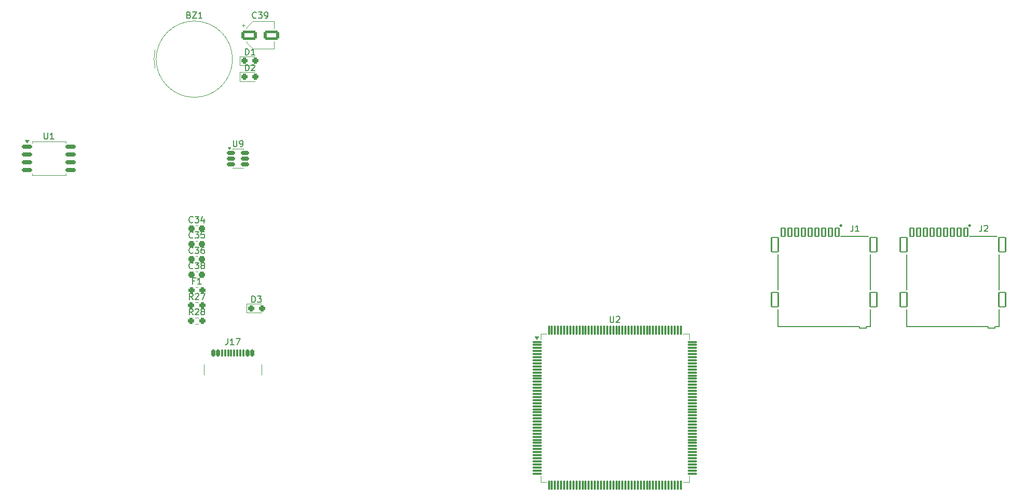
<source format=gbr>
%TF.GenerationSoftware,KiCad,Pcbnew,9.0.6*%
%TF.CreationDate,2025-11-15T17:29:32-05:00*%
%TF.ProjectId,CANopus,43414e6f-7075-4732-9e6b-696361645f70,rev?*%
%TF.SameCoordinates,Original*%
%TF.FileFunction,Legend,Top*%
%TF.FilePolarity,Positive*%
%FSLAX46Y46*%
G04 Gerber Fmt 4.6, Leading zero omitted, Abs format (unit mm)*
G04 Created by KiCad (PCBNEW 9.0.6) date 2025-11-15 17:29:32*
%MOMM*%
%LPD*%
G01*
G04 APERTURE LIST*
G04 Aperture macros list*
%AMRoundRect*
0 Rectangle with rounded corners*
0 $1 Rounding radius*
0 $2 $3 $4 $5 $6 $7 $8 $9 X,Y pos of 4 corners*
0 Add a 4 corners polygon primitive as box body*
4,1,4,$2,$3,$4,$5,$6,$7,$8,$9,$2,$3,0*
0 Add four circle primitives for the rounded corners*
1,1,$1+$1,$2,$3*
1,1,$1+$1,$4,$5*
1,1,$1+$1,$6,$7*
1,1,$1+$1,$8,$9*
0 Add four rect primitives between the rounded corners*
20,1,$1+$1,$2,$3,$4,$5,0*
20,1,$1+$1,$4,$5,$6,$7,0*
20,1,$1+$1,$6,$7,$8,$9,0*
20,1,$1+$1,$8,$9,$2,$3,0*%
G04 Aperture macros list end*
%ADD10C,0.150000*%
%ADD11C,0.200000*%
%ADD12C,0.240000*%
%ADD13C,0.120000*%
%ADD14C,0.950000*%
%ADD15RoundRect,0.102000X-0.310000X-0.700000X0.310000X-0.700000X0.310000X0.700000X-0.310000X0.700000X0*%
%ADD16RoundRect,0.102000X-0.550000X-1.200000X0.550000X-1.200000X0.550000X1.200000X-0.550000X1.200000X0*%
%ADD17RoundRect,0.150000X-0.512500X-0.150000X0.512500X-0.150000X0.512500X0.150000X-0.512500X0.150000X0*%
%ADD18RoundRect,0.237500X-0.300000X-0.237500X0.300000X-0.237500X0.300000X0.237500X-0.300000X0.237500X0*%
%ADD19RoundRect,0.075000X-0.675000X-0.075000X0.675000X-0.075000X0.675000X0.075000X-0.675000X0.075000X0*%
%ADD20RoundRect,0.075000X-0.075000X-0.675000X0.075000X-0.675000X0.075000X0.675000X-0.075000X0.675000X0*%
%ADD21RoundRect,0.237500X-0.287500X-0.237500X0.287500X-0.237500X0.287500X0.237500X-0.287500X0.237500X0*%
%ADD22RoundRect,0.237500X-0.250000X-0.237500X0.250000X-0.237500X0.250000X0.237500X-0.250000X0.237500X0*%
%ADD23C,0.650000*%
%ADD24RoundRect,0.150000X-0.150000X-0.425000X0.150000X-0.425000X0.150000X0.425000X-0.150000X0.425000X0*%
%ADD25RoundRect,0.075000X-0.075000X-0.500000X0.075000X-0.500000X0.075000X0.500000X-0.075000X0.500000X0*%
%ADD26O,1.000000X2.100000*%
%ADD27O,1.000000X1.800000*%
%ADD28RoundRect,0.162500X-0.650000X-0.162500X0.650000X-0.162500X0.650000X0.162500X-0.650000X0.162500X0*%
%ADD29RoundRect,0.250000X-1.050000X-0.550000X1.050000X-0.550000X1.050000X0.550000X-1.050000X0.550000X0*%
%ADD30R,2.000000X2.000000*%
%ADD31C,2.000000*%
G04 APERTURE END LIST*
D10*
X195166666Y-72954819D02*
X195166666Y-73669104D01*
X195166666Y-73669104D02*
X195119047Y-73811961D01*
X195119047Y-73811961D02*
X195023809Y-73907200D01*
X195023809Y-73907200D02*
X194880952Y-73954819D01*
X194880952Y-73954819D02*
X194785714Y-73954819D01*
X195595238Y-73050057D02*
X195642857Y-73002438D01*
X195642857Y-73002438D02*
X195738095Y-72954819D01*
X195738095Y-72954819D02*
X195976190Y-72954819D01*
X195976190Y-72954819D02*
X196071428Y-73002438D01*
X196071428Y-73002438D02*
X196119047Y-73050057D01*
X196119047Y-73050057D02*
X196166666Y-73145295D01*
X196166666Y-73145295D02*
X196166666Y-73240533D01*
X196166666Y-73240533D02*
X196119047Y-73383390D01*
X196119047Y-73383390D02*
X195547619Y-73954819D01*
X195547619Y-73954819D02*
X196166666Y-73954819D01*
X174166666Y-72954819D02*
X174166666Y-73669104D01*
X174166666Y-73669104D02*
X174119047Y-73811961D01*
X174119047Y-73811961D02*
X174023809Y-73907200D01*
X174023809Y-73907200D02*
X173880952Y-73954819D01*
X173880952Y-73954819D02*
X173785714Y-73954819D01*
X175166666Y-73954819D02*
X174595238Y-73954819D01*
X174880952Y-73954819D02*
X174880952Y-72954819D01*
X174880952Y-72954819D02*
X174785714Y-73097676D01*
X174785714Y-73097676D02*
X174690476Y-73192914D01*
X174690476Y-73192914D02*
X174595238Y-73240533D01*
X73100595Y-59104819D02*
X73100595Y-59914342D01*
X73100595Y-59914342D02*
X73148214Y-60009580D01*
X73148214Y-60009580D02*
X73195833Y-60057200D01*
X73195833Y-60057200D02*
X73291071Y-60104819D01*
X73291071Y-60104819D02*
X73481547Y-60104819D01*
X73481547Y-60104819D02*
X73576785Y-60057200D01*
X73576785Y-60057200D02*
X73624404Y-60009580D01*
X73624404Y-60009580D02*
X73672023Y-59914342D01*
X73672023Y-59914342D02*
X73672023Y-59104819D01*
X74195833Y-60104819D02*
X74386309Y-60104819D01*
X74386309Y-60104819D02*
X74481547Y-60057200D01*
X74481547Y-60057200D02*
X74529166Y-60009580D01*
X74529166Y-60009580D02*
X74624404Y-59866723D01*
X74624404Y-59866723D02*
X74672023Y-59676247D01*
X74672023Y-59676247D02*
X74672023Y-59295295D01*
X74672023Y-59295295D02*
X74624404Y-59200057D01*
X74624404Y-59200057D02*
X74576785Y-59152438D01*
X74576785Y-59152438D02*
X74481547Y-59104819D01*
X74481547Y-59104819D02*
X74291071Y-59104819D01*
X74291071Y-59104819D02*
X74195833Y-59152438D01*
X74195833Y-59152438D02*
X74148214Y-59200057D01*
X74148214Y-59200057D02*
X74100595Y-59295295D01*
X74100595Y-59295295D02*
X74100595Y-59533390D01*
X74100595Y-59533390D02*
X74148214Y-59628628D01*
X74148214Y-59628628D02*
X74195833Y-59676247D01*
X74195833Y-59676247D02*
X74291071Y-59723866D01*
X74291071Y-59723866D02*
X74481547Y-59723866D01*
X74481547Y-59723866D02*
X74576785Y-59676247D01*
X74576785Y-59676247D02*
X74624404Y-59628628D01*
X74624404Y-59628628D02*
X74672023Y-59533390D01*
X66494642Y-79959580D02*
X66447023Y-80007200D01*
X66447023Y-80007200D02*
X66304166Y-80054819D01*
X66304166Y-80054819D02*
X66208928Y-80054819D01*
X66208928Y-80054819D02*
X66066071Y-80007200D01*
X66066071Y-80007200D02*
X65970833Y-79911961D01*
X65970833Y-79911961D02*
X65923214Y-79816723D01*
X65923214Y-79816723D02*
X65875595Y-79626247D01*
X65875595Y-79626247D02*
X65875595Y-79483390D01*
X65875595Y-79483390D02*
X65923214Y-79292914D01*
X65923214Y-79292914D02*
X65970833Y-79197676D01*
X65970833Y-79197676D02*
X66066071Y-79102438D01*
X66066071Y-79102438D02*
X66208928Y-79054819D01*
X66208928Y-79054819D02*
X66304166Y-79054819D01*
X66304166Y-79054819D02*
X66447023Y-79102438D01*
X66447023Y-79102438D02*
X66494642Y-79150057D01*
X66827976Y-79054819D02*
X67447023Y-79054819D01*
X67447023Y-79054819D02*
X67113690Y-79435771D01*
X67113690Y-79435771D02*
X67256547Y-79435771D01*
X67256547Y-79435771D02*
X67351785Y-79483390D01*
X67351785Y-79483390D02*
X67399404Y-79531009D01*
X67399404Y-79531009D02*
X67447023Y-79626247D01*
X67447023Y-79626247D02*
X67447023Y-79864342D01*
X67447023Y-79864342D02*
X67399404Y-79959580D01*
X67399404Y-79959580D02*
X67351785Y-80007200D01*
X67351785Y-80007200D02*
X67256547Y-80054819D01*
X67256547Y-80054819D02*
X66970833Y-80054819D01*
X66970833Y-80054819D02*
X66875595Y-80007200D01*
X66875595Y-80007200D02*
X66827976Y-79959580D01*
X68018452Y-79483390D02*
X67923214Y-79435771D01*
X67923214Y-79435771D02*
X67875595Y-79388152D01*
X67875595Y-79388152D02*
X67827976Y-79292914D01*
X67827976Y-79292914D02*
X67827976Y-79245295D01*
X67827976Y-79245295D02*
X67875595Y-79150057D01*
X67875595Y-79150057D02*
X67923214Y-79102438D01*
X67923214Y-79102438D02*
X68018452Y-79054819D01*
X68018452Y-79054819D02*
X68208928Y-79054819D01*
X68208928Y-79054819D02*
X68304166Y-79102438D01*
X68304166Y-79102438D02*
X68351785Y-79150057D01*
X68351785Y-79150057D02*
X68399404Y-79245295D01*
X68399404Y-79245295D02*
X68399404Y-79292914D01*
X68399404Y-79292914D02*
X68351785Y-79388152D01*
X68351785Y-79388152D02*
X68304166Y-79435771D01*
X68304166Y-79435771D02*
X68208928Y-79483390D01*
X68208928Y-79483390D02*
X68018452Y-79483390D01*
X68018452Y-79483390D02*
X67923214Y-79531009D01*
X67923214Y-79531009D02*
X67875595Y-79578628D01*
X67875595Y-79578628D02*
X67827976Y-79673866D01*
X67827976Y-79673866D02*
X67827976Y-79864342D01*
X67827976Y-79864342D02*
X67875595Y-79959580D01*
X67875595Y-79959580D02*
X67923214Y-80007200D01*
X67923214Y-80007200D02*
X68018452Y-80054819D01*
X68018452Y-80054819D02*
X68208928Y-80054819D01*
X68208928Y-80054819D02*
X68304166Y-80007200D01*
X68304166Y-80007200D02*
X68351785Y-79959580D01*
X68351785Y-79959580D02*
X68399404Y-79864342D01*
X68399404Y-79864342D02*
X68399404Y-79673866D01*
X68399404Y-79673866D02*
X68351785Y-79578628D01*
X68351785Y-79578628D02*
X68304166Y-79531009D01*
X68304166Y-79531009D02*
X68208928Y-79483390D01*
X134563095Y-87824819D02*
X134563095Y-88634342D01*
X134563095Y-88634342D02*
X134610714Y-88729580D01*
X134610714Y-88729580D02*
X134658333Y-88777200D01*
X134658333Y-88777200D02*
X134753571Y-88824819D01*
X134753571Y-88824819D02*
X134944047Y-88824819D01*
X134944047Y-88824819D02*
X135039285Y-88777200D01*
X135039285Y-88777200D02*
X135086904Y-88729580D01*
X135086904Y-88729580D02*
X135134523Y-88634342D01*
X135134523Y-88634342D02*
X135134523Y-87824819D01*
X135563095Y-87920057D02*
X135610714Y-87872438D01*
X135610714Y-87872438D02*
X135705952Y-87824819D01*
X135705952Y-87824819D02*
X135944047Y-87824819D01*
X135944047Y-87824819D02*
X136039285Y-87872438D01*
X136039285Y-87872438D02*
X136086904Y-87920057D01*
X136086904Y-87920057D02*
X136134523Y-88015295D01*
X136134523Y-88015295D02*
X136134523Y-88110533D01*
X136134523Y-88110533D02*
X136086904Y-88253390D01*
X136086904Y-88253390D02*
X135515476Y-88824819D01*
X135515476Y-88824819D02*
X136134523Y-88824819D01*
X76136905Y-85524819D02*
X76136905Y-84524819D01*
X76136905Y-84524819D02*
X76375000Y-84524819D01*
X76375000Y-84524819D02*
X76517857Y-84572438D01*
X76517857Y-84572438D02*
X76613095Y-84667676D01*
X76613095Y-84667676D02*
X76660714Y-84762914D01*
X76660714Y-84762914D02*
X76708333Y-84953390D01*
X76708333Y-84953390D02*
X76708333Y-85096247D01*
X76708333Y-85096247D02*
X76660714Y-85286723D01*
X76660714Y-85286723D02*
X76613095Y-85381961D01*
X76613095Y-85381961D02*
X76517857Y-85477200D01*
X76517857Y-85477200D02*
X76375000Y-85524819D01*
X76375000Y-85524819D02*
X76136905Y-85524819D01*
X77041667Y-84524819D02*
X77660714Y-84524819D01*
X77660714Y-84524819D02*
X77327381Y-84905771D01*
X77327381Y-84905771D02*
X77470238Y-84905771D01*
X77470238Y-84905771D02*
X77565476Y-84953390D01*
X77565476Y-84953390D02*
X77613095Y-85001009D01*
X77613095Y-85001009D02*
X77660714Y-85096247D01*
X77660714Y-85096247D02*
X77660714Y-85334342D01*
X77660714Y-85334342D02*
X77613095Y-85429580D01*
X77613095Y-85429580D02*
X77565476Y-85477200D01*
X77565476Y-85477200D02*
X77470238Y-85524819D01*
X77470238Y-85524819D02*
X77184524Y-85524819D01*
X77184524Y-85524819D02*
X77089286Y-85477200D01*
X77089286Y-85477200D02*
X77041667Y-85429580D01*
X66494642Y-87584819D02*
X66161309Y-87108628D01*
X65923214Y-87584819D02*
X65923214Y-86584819D01*
X65923214Y-86584819D02*
X66304166Y-86584819D01*
X66304166Y-86584819D02*
X66399404Y-86632438D01*
X66399404Y-86632438D02*
X66447023Y-86680057D01*
X66447023Y-86680057D02*
X66494642Y-86775295D01*
X66494642Y-86775295D02*
X66494642Y-86918152D01*
X66494642Y-86918152D02*
X66447023Y-87013390D01*
X66447023Y-87013390D02*
X66399404Y-87061009D01*
X66399404Y-87061009D02*
X66304166Y-87108628D01*
X66304166Y-87108628D02*
X65923214Y-87108628D01*
X66875595Y-86680057D02*
X66923214Y-86632438D01*
X66923214Y-86632438D02*
X67018452Y-86584819D01*
X67018452Y-86584819D02*
X67256547Y-86584819D01*
X67256547Y-86584819D02*
X67351785Y-86632438D01*
X67351785Y-86632438D02*
X67399404Y-86680057D01*
X67399404Y-86680057D02*
X67447023Y-86775295D01*
X67447023Y-86775295D02*
X67447023Y-86870533D01*
X67447023Y-86870533D02*
X67399404Y-87013390D01*
X67399404Y-87013390D02*
X66827976Y-87584819D01*
X66827976Y-87584819D02*
X67447023Y-87584819D01*
X68018452Y-87013390D02*
X67923214Y-86965771D01*
X67923214Y-86965771D02*
X67875595Y-86918152D01*
X67875595Y-86918152D02*
X67827976Y-86822914D01*
X67827976Y-86822914D02*
X67827976Y-86775295D01*
X67827976Y-86775295D02*
X67875595Y-86680057D01*
X67875595Y-86680057D02*
X67923214Y-86632438D01*
X67923214Y-86632438D02*
X68018452Y-86584819D01*
X68018452Y-86584819D02*
X68208928Y-86584819D01*
X68208928Y-86584819D02*
X68304166Y-86632438D01*
X68304166Y-86632438D02*
X68351785Y-86680057D01*
X68351785Y-86680057D02*
X68399404Y-86775295D01*
X68399404Y-86775295D02*
X68399404Y-86822914D01*
X68399404Y-86822914D02*
X68351785Y-86918152D01*
X68351785Y-86918152D02*
X68304166Y-86965771D01*
X68304166Y-86965771D02*
X68208928Y-87013390D01*
X68208928Y-87013390D02*
X68018452Y-87013390D01*
X68018452Y-87013390D02*
X67923214Y-87061009D01*
X67923214Y-87061009D02*
X67875595Y-87108628D01*
X67875595Y-87108628D02*
X67827976Y-87203866D01*
X67827976Y-87203866D02*
X67827976Y-87394342D01*
X67827976Y-87394342D02*
X67875595Y-87489580D01*
X67875595Y-87489580D02*
X67923214Y-87537200D01*
X67923214Y-87537200D02*
X68018452Y-87584819D01*
X68018452Y-87584819D02*
X68208928Y-87584819D01*
X68208928Y-87584819D02*
X68304166Y-87537200D01*
X68304166Y-87537200D02*
X68351785Y-87489580D01*
X68351785Y-87489580D02*
X68399404Y-87394342D01*
X68399404Y-87394342D02*
X68399404Y-87203866D01*
X68399404Y-87203866D02*
X68351785Y-87108628D01*
X68351785Y-87108628D02*
X68304166Y-87061009D01*
X68304166Y-87061009D02*
X68208928Y-87013390D01*
X72190476Y-91454819D02*
X72190476Y-92169104D01*
X72190476Y-92169104D02*
X72142857Y-92311961D01*
X72142857Y-92311961D02*
X72047619Y-92407200D01*
X72047619Y-92407200D02*
X71904762Y-92454819D01*
X71904762Y-92454819D02*
X71809524Y-92454819D01*
X73190476Y-92454819D02*
X72619048Y-92454819D01*
X72904762Y-92454819D02*
X72904762Y-91454819D01*
X72904762Y-91454819D02*
X72809524Y-91597676D01*
X72809524Y-91597676D02*
X72714286Y-91692914D01*
X72714286Y-91692914D02*
X72619048Y-91740533D01*
X73523810Y-91454819D02*
X74190476Y-91454819D01*
X74190476Y-91454819D02*
X73761905Y-92454819D01*
X66494642Y-77449580D02*
X66447023Y-77497200D01*
X66447023Y-77497200D02*
X66304166Y-77544819D01*
X66304166Y-77544819D02*
X66208928Y-77544819D01*
X66208928Y-77544819D02*
X66066071Y-77497200D01*
X66066071Y-77497200D02*
X65970833Y-77401961D01*
X65970833Y-77401961D02*
X65923214Y-77306723D01*
X65923214Y-77306723D02*
X65875595Y-77116247D01*
X65875595Y-77116247D02*
X65875595Y-76973390D01*
X65875595Y-76973390D02*
X65923214Y-76782914D01*
X65923214Y-76782914D02*
X65970833Y-76687676D01*
X65970833Y-76687676D02*
X66066071Y-76592438D01*
X66066071Y-76592438D02*
X66208928Y-76544819D01*
X66208928Y-76544819D02*
X66304166Y-76544819D01*
X66304166Y-76544819D02*
X66447023Y-76592438D01*
X66447023Y-76592438D02*
X66494642Y-76640057D01*
X66827976Y-76544819D02*
X67447023Y-76544819D01*
X67447023Y-76544819D02*
X67113690Y-76925771D01*
X67113690Y-76925771D02*
X67256547Y-76925771D01*
X67256547Y-76925771D02*
X67351785Y-76973390D01*
X67351785Y-76973390D02*
X67399404Y-77021009D01*
X67399404Y-77021009D02*
X67447023Y-77116247D01*
X67447023Y-77116247D02*
X67447023Y-77354342D01*
X67447023Y-77354342D02*
X67399404Y-77449580D01*
X67399404Y-77449580D02*
X67351785Y-77497200D01*
X67351785Y-77497200D02*
X67256547Y-77544819D01*
X67256547Y-77544819D02*
X66970833Y-77544819D01*
X66970833Y-77544819D02*
X66875595Y-77497200D01*
X66875595Y-77497200D02*
X66827976Y-77449580D01*
X68304166Y-76544819D02*
X68113690Y-76544819D01*
X68113690Y-76544819D02*
X68018452Y-76592438D01*
X68018452Y-76592438D02*
X67970833Y-76640057D01*
X67970833Y-76640057D02*
X67875595Y-76782914D01*
X67875595Y-76782914D02*
X67827976Y-76973390D01*
X67827976Y-76973390D02*
X67827976Y-77354342D01*
X67827976Y-77354342D02*
X67875595Y-77449580D01*
X67875595Y-77449580D02*
X67923214Y-77497200D01*
X67923214Y-77497200D02*
X68018452Y-77544819D01*
X68018452Y-77544819D02*
X68208928Y-77544819D01*
X68208928Y-77544819D02*
X68304166Y-77497200D01*
X68304166Y-77497200D02*
X68351785Y-77449580D01*
X68351785Y-77449580D02*
X68399404Y-77354342D01*
X68399404Y-77354342D02*
X68399404Y-77116247D01*
X68399404Y-77116247D02*
X68351785Y-77021009D01*
X68351785Y-77021009D02*
X68304166Y-76973390D01*
X68304166Y-76973390D02*
X68208928Y-76925771D01*
X68208928Y-76925771D02*
X68018452Y-76925771D01*
X68018452Y-76925771D02*
X67923214Y-76973390D01*
X67923214Y-76973390D02*
X67875595Y-77021009D01*
X67875595Y-77021009D02*
X67827976Y-77116247D01*
X66494642Y-74939580D02*
X66447023Y-74987200D01*
X66447023Y-74987200D02*
X66304166Y-75034819D01*
X66304166Y-75034819D02*
X66208928Y-75034819D01*
X66208928Y-75034819D02*
X66066071Y-74987200D01*
X66066071Y-74987200D02*
X65970833Y-74891961D01*
X65970833Y-74891961D02*
X65923214Y-74796723D01*
X65923214Y-74796723D02*
X65875595Y-74606247D01*
X65875595Y-74606247D02*
X65875595Y-74463390D01*
X65875595Y-74463390D02*
X65923214Y-74272914D01*
X65923214Y-74272914D02*
X65970833Y-74177676D01*
X65970833Y-74177676D02*
X66066071Y-74082438D01*
X66066071Y-74082438D02*
X66208928Y-74034819D01*
X66208928Y-74034819D02*
X66304166Y-74034819D01*
X66304166Y-74034819D02*
X66447023Y-74082438D01*
X66447023Y-74082438D02*
X66494642Y-74130057D01*
X66827976Y-74034819D02*
X67447023Y-74034819D01*
X67447023Y-74034819D02*
X67113690Y-74415771D01*
X67113690Y-74415771D02*
X67256547Y-74415771D01*
X67256547Y-74415771D02*
X67351785Y-74463390D01*
X67351785Y-74463390D02*
X67399404Y-74511009D01*
X67399404Y-74511009D02*
X67447023Y-74606247D01*
X67447023Y-74606247D02*
X67447023Y-74844342D01*
X67447023Y-74844342D02*
X67399404Y-74939580D01*
X67399404Y-74939580D02*
X67351785Y-74987200D01*
X67351785Y-74987200D02*
X67256547Y-75034819D01*
X67256547Y-75034819D02*
X66970833Y-75034819D01*
X66970833Y-75034819D02*
X66875595Y-74987200D01*
X66875595Y-74987200D02*
X66827976Y-74939580D01*
X68351785Y-74034819D02*
X67875595Y-74034819D01*
X67875595Y-74034819D02*
X67827976Y-74511009D01*
X67827976Y-74511009D02*
X67875595Y-74463390D01*
X67875595Y-74463390D02*
X67970833Y-74415771D01*
X67970833Y-74415771D02*
X68208928Y-74415771D01*
X68208928Y-74415771D02*
X68304166Y-74463390D01*
X68304166Y-74463390D02*
X68351785Y-74511009D01*
X68351785Y-74511009D02*
X68399404Y-74606247D01*
X68399404Y-74606247D02*
X68399404Y-74844342D01*
X68399404Y-74844342D02*
X68351785Y-74939580D01*
X68351785Y-74939580D02*
X68304166Y-74987200D01*
X68304166Y-74987200D02*
X68208928Y-75034819D01*
X68208928Y-75034819D02*
X67970833Y-75034819D01*
X67970833Y-75034819D02*
X67875595Y-74987200D01*
X67875595Y-74987200D02*
X67827976Y-74939580D01*
X66494642Y-72429580D02*
X66447023Y-72477200D01*
X66447023Y-72477200D02*
X66304166Y-72524819D01*
X66304166Y-72524819D02*
X66208928Y-72524819D01*
X66208928Y-72524819D02*
X66066071Y-72477200D01*
X66066071Y-72477200D02*
X65970833Y-72381961D01*
X65970833Y-72381961D02*
X65923214Y-72286723D01*
X65923214Y-72286723D02*
X65875595Y-72096247D01*
X65875595Y-72096247D02*
X65875595Y-71953390D01*
X65875595Y-71953390D02*
X65923214Y-71762914D01*
X65923214Y-71762914D02*
X65970833Y-71667676D01*
X65970833Y-71667676D02*
X66066071Y-71572438D01*
X66066071Y-71572438D02*
X66208928Y-71524819D01*
X66208928Y-71524819D02*
X66304166Y-71524819D01*
X66304166Y-71524819D02*
X66447023Y-71572438D01*
X66447023Y-71572438D02*
X66494642Y-71620057D01*
X66827976Y-71524819D02*
X67447023Y-71524819D01*
X67447023Y-71524819D02*
X67113690Y-71905771D01*
X67113690Y-71905771D02*
X67256547Y-71905771D01*
X67256547Y-71905771D02*
X67351785Y-71953390D01*
X67351785Y-71953390D02*
X67399404Y-72001009D01*
X67399404Y-72001009D02*
X67447023Y-72096247D01*
X67447023Y-72096247D02*
X67447023Y-72334342D01*
X67447023Y-72334342D02*
X67399404Y-72429580D01*
X67399404Y-72429580D02*
X67351785Y-72477200D01*
X67351785Y-72477200D02*
X67256547Y-72524819D01*
X67256547Y-72524819D02*
X66970833Y-72524819D01*
X66970833Y-72524819D02*
X66875595Y-72477200D01*
X66875595Y-72477200D02*
X66827976Y-72429580D01*
X68304166Y-71858152D02*
X68304166Y-72524819D01*
X68066071Y-71477200D02*
X67827976Y-72191485D01*
X67827976Y-72191485D02*
X68447023Y-72191485D01*
X66804166Y-82041009D02*
X66470833Y-82041009D01*
X66470833Y-82564819D02*
X66470833Y-81564819D01*
X66470833Y-81564819D02*
X66947023Y-81564819D01*
X67851785Y-82564819D02*
X67280357Y-82564819D01*
X67566071Y-82564819D02*
X67566071Y-81564819D01*
X67566071Y-81564819D02*
X67470833Y-81707676D01*
X67470833Y-81707676D02*
X67375595Y-81802914D01*
X67375595Y-81802914D02*
X67280357Y-81850533D01*
X66494642Y-85074819D02*
X66161309Y-84598628D01*
X65923214Y-85074819D02*
X65923214Y-84074819D01*
X65923214Y-84074819D02*
X66304166Y-84074819D01*
X66304166Y-84074819D02*
X66399404Y-84122438D01*
X66399404Y-84122438D02*
X66447023Y-84170057D01*
X66447023Y-84170057D02*
X66494642Y-84265295D01*
X66494642Y-84265295D02*
X66494642Y-84408152D01*
X66494642Y-84408152D02*
X66447023Y-84503390D01*
X66447023Y-84503390D02*
X66399404Y-84551009D01*
X66399404Y-84551009D02*
X66304166Y-84598628D01*
X66304166Y-84598628D02*
X65923214Y-84598628D01*
X66875595Y-84170057D02*
X66923214Y-84122438D01*
X66923214Y-84122438D02*
X67018452Y-84074819D01*
X67018452Y-84074819D02*
X67256547Y-84074819D01*
X67256547Y-84074819D02*
X67351785Y-84122438D01*
X67351785Y-84122438D02*
X67399404Y-84170057D01*
X67399404Y-84170057D02*
X67447023Y-84265295D01*
X67447023Y-84265295D02*
X67447023Y-84360533D01*
X67447023Y-84360533D02*
X67399404Y-84503390D01*
X67399404Y-84503390D02*
X66827976Y-85074819D01*
X66827976Y-85074819D02*
X67447023Y-85074819D01*
X67780357Y-84074819D02*
X68447023Y-84074819D01*
X68447023Y-84074819D02*
X68018452Y-85074819D01*
X75079405Y-47709819D02*
X75079405Y-46709819D01*
X75079405Y-46709819D02*
X75317500Y-46709819D01*
X75317500Y-46709819D02*
X75460357Y-46757438D01*
X75460357Y-46757438D02*
X75555595Y-46852676D01*
X75555595Y-46852676D02*
X75603214Y-46947914D01*
X75603214Y-46947914D02*
X75650833Y-47138390D01*
X75650833Y-47138390D02*
X75650833Y-47281247D01*
X75650833Y-47281247D02*
X75603214Y-47471723D01*
X75603214Y-47471723D02*
X75555595Y-47566961D01*
X75555595Y-47566961D02*
X75460357Y-47662200D01*
X75460357Y-47662200D02*
X75317500Y-47709819D01*
X75317500Y-47709819D02*
X75079405Y-47709819D01*
X76031786Y-46805057D02*
X76079405Y-46757438D01*
X76079405Y-46757438D02*
X76174643Y-46709819D01*
X76174643Y-46709819D02*
X76412738Y-46709819D01*
X76412738Y-46709819D02*
X76507976Y-46757438D01*
X76507976Y-46757438D02*
X76555595Y-46805057D01*
X76555595Y-46805057D02*
X76603214Y-46900295D01*
X76603214Y-46900295D02*
X76603214Y-46995533D01*
X76603214Y-46995533D02*
X76555595Y-47138390D01*
X76555595Y-47138390D02*
X75984167Y-47709819D01*
X75984167Y-47709819D02*
X76603214Y-47709819D01*
X75079405Y-45119819D02*
X75079405Y-44119819D01*
X75079405Y-44119819D02*
X75317500Y-44119819D01*
X75317500Y-44119819D02*
X75460357Y-44167438D01*
X75460357Y-44167438D02*
X75555595Y-44262676D01*
X75555595Y-44262676D02*
X75603214Y-44357914D01*
X75603214Y-44357914D02*
X75650833Y-44548390D01*
X75650833Y-44548390D02*
X75650833Y-44691247D01*
X75650833Y-44691247D02*
X75603214Y-44881723D01*
X75603214Y-44881723D02*
X75555595Y-44976961D01*
X75555595Y-44976961D02*
X75460357Y-45072200D01*
X75460357Y-45072200D02*
X75317500Y-45119819D01*
X75317500Y-45119819D02*
X75079405Y-45119819D01*
X76603214Y-45119819D02*
X76031786Y-45119819D01*
X76317500Y-45119819D02*
X76317500Y-44119819D01*
X76317500Y-44119819D02*
X76222262Y-44262676D01*
X76222262Y-44262676D02*
X76127024Y-44357914D01*
X76127024Y-44357914D02*
X76031786Y-44405533D01*
X42238095Y-57854819D02*
X42238095Y-58664342D01*
X42238095Y-58664342D02*
X42285714Y-58759580D01*
X42285714Y-58759580D02*
X42333333Y-58807200D01*
X42333333Y-58807200D02*
X42428571Y-58854819D01*
X42428571Y-58854819D02*
X42619047Y-58854819D01*
X42619047Y-58854819D02*
X42714285Y-58807200D01*
X42714285Y-58807200D02*
X42761904Y-58759580D01*
X42761904Y-58759580D02*
X42809523Y-58664342D01*
X42809523Y-58664342D02*
X42809523Y-57854819D01*
X43809523Y-58854819D02*
X43238095Y-58854819D01*
X43523809Y-58854819D02*
X43523809Y-57854819D01*
X43523809Y-57854819D02*
X43428571Y-57997676D01*
X43428571Y-57997676D02*
X43333333Y-58092914D01*
X43333333Y-58092914D02*
X43238095Y-58140533D01*
X76829642Y-39034580D02*
X76782023Y-39082200D01*
X76782023Y-39082200D02*
X76639166Y-39129819D01*
X76639166Y-39129819D02*
X76543928Y-39129819D01*
X76543928Y-39129819D02*
X76401071Y-39082200D01*
X76401071Y-39082200D02*
X76305833Y-38986961D01*
X76305833Y-38986961D02*
X76258214Y-38891723D01*
X76258214Y-38891723D02*
X76210595Y-38701247D01*
X76210595Y-38701247D02*
X76210595Y-38558390D01*
X76210595Y-38558390D02*
X76258214Y-38367914D01*
X76258214Y-38367914D02*
X76305833Y-38272676D01*
X76305833Y-38272676D02*
X76401071Y-38177438D01*
X76401071Y-38177438D02*
X76543928Y-38129819D01*
X76543928Y-38129819D02*
X76639166Y-38129819D01*
X76639166Y-38129819D02*
X76782023Y-38177438D01*
X76782023Y-38177438D02*
X76829642Y-38225057D01*
X77162976Y-38129819D02*
X77782023Y-38129819D01*
X77782023Y-38129819D02*
X77448690Y-38510771D01*
X77448690Y-38510771D02*
X77591547Y-38510771D01*
X77591547Y-38510771D02*
X77686785Y-38558390D01*
X77686785Y-38558390D02*
X77734404Y-38606009D01*
X77734404Y-38606009D02*
X77782023Y-38701247D01*
X77782023Y-38701247D02*
X77782023Y-38939342D01*
X77782023Y-38939342D02*
X77734404Y-39034580D01*
X77734404Y-39034580D02*
X77686785Y-39082200D01*
X77686785Y-39082200D02*
X77591547Y-39129819D01*
X77591547Y-39129819D02*
X77305833Y-39129819D01*
X77305833Y-39129819D02*
X77210595Y-39082200D01*
X77210595Y-39082200D02*
X77162976Y-39034580D01*
X78258214Y-39129819D02*
X78448690Y-39129819D01*
X78448690Y-39129819D02*
X78543928Y-39082200D01*
X78543928Y-39082200D02*
X78591547Y-39034580D01*
X78591547Y-39034580D02*
X78686785Y-38891723D01*
X78686785Y-38891723D02*
X78734404Y-38701247D01*
X78734404Y-38701247D02*
X78734404Y-38320295D01*
X78734404Y-38320295D02*
X78686785Y-38225057D01*
X78686785Y-38225057D02*
X78639166Y-38177438D01*
X78639166Y-38177438D02*
X78543928Y-38129819D01*
X78543928Y-38129819D02*
X78353452Y-38129819D01*
X78353452Y-38129819D02*
X78258214Y-38177438D01*
X78258214Y-38177438D02*
X78210595Y-38225057D01*
X78210595Y-38225057D02*
X78162976Y-38320295D01*
X78162976Y-38320295D02*
X78162976Y-38558390D01*
X78162976Y-38558390D02*
X78210595Y-38653628D01*
X78210595Y-38653628D02*
X78258214Y-38701247D01*
X78258214Y-38701247D02*
X78353452Y-38748866D01*
X78353452Y-38748866D02*
X78543928Y-38748866D01*
X78543928Y-38748866D02*
X78639166Y-38701247D01*
X78639166Y-38701247D02*
X78686785Y-38653628D01*
X78686785Y-38653628D02*
X78734404Y-38558390D01*
X65849978Y-38586009D02*
X65992835Y-38633628D01*
X65992835Y-38633628D02*
X66040454Y-38681247D01*
X66040454Y-38681247D02*
X66088073Y-38776485D01*
X66088073Y-38776485D02*
X66088073Y-38919342D01*
X66088073Y-38919342D02*
X66040454Y-39014580D01*
X66040454Y-39014580D02*
X65992835Y-39062200D01*
X65992835Y-39062200D02*
X65897597Y-39109819D01*
X65897597Y-39109819D02*
X65516645Y-39109819D01*
X65516645Y-39109819D02*
X65516645Y-38109819D01*
X65516645Y-38109819D02*
X65849978Y-38109819D01*
X65849978Y-38109819D02*
X65945216Y-38157438D01*
X65945216Y-38157438D02*
X65992835Y-38205057D01*
X65992835Y-38205057D02*
X66040454Y-38300295D01*
X66040454Y-38300295D02*
X66040454Y-38395533D01*
X66040454Y-38395533D02*
X65992835Y-38490771D01*
X65992835Y-38490771D02*
X65945216Y-38538390D01*
X65945216Y-38538390D02*
X65849978Y-38586009D01*
X65849978Y-38586009D02*
X65516645Y-38586009D01*
X66421407Y-38109819D02*
X67088073Y-38109819D01*
X67088073Y-38109819D02*
X66421407Y-39109819D01*
X66421407Y-39109819D02*
X67088073Y-39109819D01*
X67992835Y-39109819D02*
X67421407Y-39109819D01*
X67707121Y-39109819D02*
X67707121Y-38109819D01*
X67707121Y-38109819D02*
X67611883Y-38252676D01*
X67611883Y-38252676D02*
X67516645Y-38347914D01*
X67516645Y-38347914D02*
X67421407Y-38395533D01*
D11*
%TO.C,J2*%
X182950000Y-83500000D02*
X182950000Y-77700000D01*
X182950000Y-89480000D02*
X182950000Y-86700000D01*
X182950000Y-89480000D02*
X196200000Y-89480000D01*
X193200000Y-74730000D02*
X197700000Y-74730000D01*
X196200000Y-89480000D02*
X196200000Y-89730000D01*
X196200000Y-89730000D02*
X197300000Y-89730000D01*
X197300000Y-89480000D02*
X198000000Y-89480000D01*
X197300000Y-89730000D02*
X197300000Y-89480000D01*
X198000000Y-83500000D02*
X198000000Y-77700000D01*
X198000000Y-89480000D02*
X198000000Y-86700000D01*
D12*
X193320000Y-73000000D02*
G75*
G02*
X193080000Y-73000000I-120000J0D01*
G01*
X193080000Y-73000000D02*
G75*
G02*
X193320000Y-73000000I120000J0D01*
G01*
D11*
%TO.C,J1*%
X161950000Y-83500000D02*
X161950000Y-77700000D01*
X161950000Y-89480000D02*
X161950000Y-86700000D01*
X161950000Y-89480000D02*
X175200000Y-89480000D01*
X172200000Y-74730000D02*
X176700000Y-74730000D01*
X175200000Y-89480000D02*
X175200000Y-89730000D01*
X175200000Y-89730000D02*
X176300000Y-89730000D01*
X176300000Y-89480000D02*
X177000000Y-89480000D01*
X176300000Y-89730000D02*
X176300000Y-89480000D01*
X177000000Y-83500000D02*
X177000000Y-77700000D01*
X177000000Y-89480000D02*
X177000000Y-86700000D01*
D12*
X172320000Y-73000000D02*
G75*
G02*
X172080000Y-73000000I-120000J0D01*
G01*
X172080000Y-73000000D02*
G75*
G02*
X172320000Y-73000000I120000J0D01*
G01*
D13*
%TO.C,U9*%
X72952500Y-60490000D02*
X74772500Y-60490000D01*
X72952500Y-60540000D02*
X72952500Y-60490000D01*
X72952500Y-63610000D02*
X72952500Y-63560000D01*
X74772500Y-60490000D02*
X74772500Y-60540000D01*
X74772500Y-63560000D02*
X74772500Y-63610000D01*
X74772500Y-63610000D02*
X72952500Y-63610000D01*
X72412500Y-60540000D02*
X72172500Y-60210000D01*
X72652500Y-60210000D01*
X72412500Y-60540000D01*
G36*
X72412500Y-60540000D02*
G01*
X72172500Y-60210000D01*
X72652500Y-60210000D01*
X72412500Y-60540000D01*
G37*
%TO.C,C38*%
X66991233Y-80520000D02*
X67283767Y-80520000D01*
X66991233Y-81540000D02*
X67283767Y-81540000D01*
%TO.C,U2*%
X123215000Y-90640000D02*
X124165000Y-90640000D01*
X123215000Y-91590000D02*
X123215000Y-90640000D01*
X123215000Y-114860000D02*
X123215000Y-113910000D01*
X124165000Y-114860000D02*
X123215000Y-114860000D01*
X146485000Y-90640000D02*
X147435000Y-90640000D01*
X147435000Y-90640000D02*
X147435000Y-91590000D01*
X147435000Y-113910000D02*
X147435000Y-114860000D01*
X147435000Y-114860000D02*
X146485000Y-114860000D01*
X122575000Y-91590000D02*
X122235000Y-91120000D01*
X122915000Y-91120000D01*
X122575000Y-91590000D01*
G36*
X122575000Y-91590000D02*
G01*
X122235000Y-91120000D01*
X122915000Y-91120000D01*
X122575000Y-91590000D01*
G37*
%TO.C,D3*%
X75215000Y-85765000D02*
X75215000Y-87235000D01*
X75215000Y-87235000D02*
X77675000Y-87235000D01*
X77675000Y-85765000D02*
X75215000Y-85765000D01*
%TO.C,R28*%
X66882776Y-88037500D02*
X67392224Y-88037500D01*
X66882776Y-89082500D02*
X67392224Y-89082500D01*
%TO.C,J17*%
X68330000Y-97400000D02*
X68330000Y-95700000D01*
X77670000Y-97400000D02*
X77670000Y-95700000D01*
%TO.C,C36*%
X66991233Y-78010000D02*
X67283767Y-78010000D01*
X66991233Y-79030000D02*
X67283767Y-79030000D01*
%TO.C,C35*%
X66991233Y-75500000D02*
X67283767Y-75500000D01*
X66991233Y-76520000D02*
X67283767Y-76520000D01*
%TO.C,C34*%
X66991233Y-72990000D02*
X67283767Y-72990000D01*
X66991233Y-74010000D02*
X67283767Y-74010000D01*
%TO.C,F1*%
X66966233Y-83030000D02*
X67308767Y-83030000D01*
X66966233Y-84050000D02*
X67308767Y-84050000D01*
%TO.C,R27*%
X66882776Y-85527500D02*
X67392224Y-85527500D01*
X66882776Y-86572500D02*
X67392224Y-86572500D01*
%TO.C,D2*%
X74157500Y-47950000D02*
X74157500Y-49420000D01*
X74157500Y-49420000D02*
X76617500Y-49420000D01*
X76617500Y-47950000D02*
X74157500Y-47950000D01*
%TO.C,D1*%
X74157500Y-45360000D02*
X74157500Y-46830000D01*
X74157500Y-46830000D02*
X76617500Y-46830000D01*
X76617500Y-45360000D02*
X74157500Y-45360000D01*
%TO.C,U1*%
X40240000Y-59240000D02*
X45760000Y-59240000D01*
X40240000Y-59510000D02*
X40240000Y-59240000D01*
X40240000Y-64760000D02*
X40240000Y-64490000D01*
X45760000Y-59240000D02*
X45760000Y-59510000D01*
X45760000Y-64490000D02*
X45760000Y-64760000D01*
X45760000Y-64760000D02*
X40240000Y-64760000D01*
X39410000Y-59500000D02*
X39070000Y-59030000D01*
X39750000Y-59030000D01*
X39410000Y-59500000D01*
G36*
X39410000Y-59500000D02*
G01*
X39070000Y-59030000D01*
X39750000Y-59030000D01*
X39410000Y-59500000D01*
G37*
%TO.C,C39*%
X74472500Y-40315000D02*
X74972500Y-40315000D01*
X74722500Y-40065000D02*
X74722500Y-40565000D01*
X75212500Y-40679437D02*
X75212500Y-40815000D01*
X75212500Y-40679437D02*
X76276937Y-39615000D01*
X75212500Y-43070563D02*
X75212500Y-42935000D01*
X75212500Y-43070563D02*
X76276937Y-44135000D01*
X76276937Y-39615000D02*
X79732500Y-39615000D01*
X76276937Y-44135000D02*
X79732500Y-44135000D01*
X79732500Y-39615000D02*
X79732500Y-40815000D01*
X79732500Y-44135000D02*
X79732500Y-42935000D01*
%TO.C,BZ1*%
X60330931Y-47324999D02*
G75*
G02*
X60330931Y-44325000I6400000J1499999D01*
G01*
X72960931Y-45825000D02*
G75*
G02*
X60500931Y-45825000I-6230000J0D01*
G01*
X60500931Y-45825000D02*
G75*
G02*
X72960931Y-45825000I6230000J0D01*
G01*
%TD*%
%LPC*%
D14*
%TO.C,J2*%
X186600000Y-85500000D03*
X193400000Y-85500000D03*
D15*
X192580000Y-74080000D03*
X191480000Y-74080000D03*
X190380000Y-74080000D03*
X189280000Y-74080000D03*
X188180000Y-74080000D03*
X187080000Y-74080000D03*
X185980000Y-74080000D03*
X184880000Y-74080000D03*
X183780000Y-74080000D03*
D16*
X182400000Y-76080000D03*
X182400000Y-85080000D03*
X198550000Y-76080000D03*
X198550000Y-85080000D03*
%TD*%
D14*
%TO.C,J1*%
X165600000Y-85500000D03*
X172400000Y-85500000D03*
D15*
X171580000Y-74080000D03*
X170480000Y-74080000D03*
X169380000Y-74080000D03*
X168280000Y-74080000D03*
X167180000Y-74080000D03*
X166080000Y-74080000D03*
X164980000Y-74080000D03*
X163880000Y-74080000D03*
X162780000Y-74080000D03*
D16*
X161400000Y-76080000D03*
X161400000Y-85080000D03*
X177550000Y-76080000D03*
X177550000Y-85080000D03*
%TD*%
D17*
%TO.C,U9*%
X72725000Y-61100000D03*
X72725000Y-62050000D03*
X72725000Y-63000000D03*
X75000000Y-63000000D03*
X75000000Y-62050000D03*
X75000000Y-61100000D03*
%TD*%
D18*
%TO.C,C38*%
X66275000Y-81030000D03*
X68000000Y-81030000D03*
%TD*%
D19*
%TO.C,U2*%
X122650000Y-92000000D03*
X122650000Y-92500000D03*
X122650000Y-93000000D03*
X122650000Y-93500000D03*
X122650000Y-94000000D03*
X122650000Y-94500000D03*
X122650000Y-95000000D03*
X122650000Y-95500000D03*
X122650000Y-96000000D03*
X122650000Y-96500000D03*
X122650000Y-97000000D03*
X122650000Y-97500000D03*
X122650000Y-98000000D03*
X122650000Y-98500000D03*
X122650000Y-99000000D03*
X122650000Y-99500000D03*
X122650000Y-100000000D03*
X122650000Y-100500000D03*
X122650000Y-101000000D03*
X122650000Y-101500000D03*
X122650000Y-102000000D03*
X122650000Y-102500000D03*
X122650000Y-103000000D03*
X122650000Y-103500000D03*
X122650000Y-104000000D03*
X122650000Y-104500000D03*
X122650000Y-105000000D03*
X122650000Y-105500000D03*
X122650000Y-106000000D03*
X122650000Y-106500000D03*
X122650000Y-107000000D03*
X122650000Y-107500000D03*
X122650000Y-108000000D03*
X122650000Y-108500000D03*
X122650000Y-109000000D03*
X122650000Y-109500000D03*
X122650000Y-110000000D03*
X122650000Y-110500000D03*
X122650000Y-111000000D03*
X122650000Y-111500000D03*
X122650000Y-112000000D03*
X122650000Y-112500000D03*
X122650000Y-113000000D03*
X122650000Y-113500000D03*
D20*
X124575000Y-115425000D03*
X125075000Y-115425000D03*
X125575000Y-115425000D03*
X126075000Y-115425000D03*
X126575000Y-115425000D03*
X127075000Y-115425000D03*
X127575000Y-115425000D03*
X128075000Y-115425000D03*
X128575000Y-115425000D03*
X129075000Y-115425000D03*
X129575000Y-115425000D03*
X130075000Y-115425000D03*
X130575000Y-115425000D03*
X131075000Y-115425000D03*
X131575000Y-115425000D03*
X132075000Y-115425000D03*
X132575000Y-115425000D03*
X133075000Y-115425000D03*
X133575000Y-115425000D03*
X134075000Y-115425000D03*
X134575000Y-115425000D03*
X135075000Y-115425000D03*
X135575000Y-115425000D03*
X136075000Y-115425000D03*
X136575000Y-115425000D03*
X137075000Y-115425000D03*
X137575000Y-115425000D03*
X138075000Y-115425000D03*
X138575000Y-115425000D03*
X139075000Y-115425000D03*
X139575000Y-115425000D03*
X140075000Y-115425000D03*
X140575000Y-115425000D03*
X141075000Y-115425000D03*
X141575000Y-115425000D03*
X142075000Y-115425000D03*
X142575000Y-115425000D03*
X143075000Y-115425000D03*
X143575000Y-115425000D03*
X144075000Y-115425000D03*
X144575000Y-115425000D03*
X145075000Y-115425000D03*
X145575000Y-115425000D03*
X146075000Y-115425000D03*
D19*
X148000000Y-113500000D03*
X148000000Y-113000000D03*
X148000000Y-112500000D03*
X148000000Y-112000000D03*
X148000000Y-111500000D03*
X148000000Y-111000000D03*
X148000000Y-110500000D03*
X148000000Y-110000000D03*
X148000000Y-109500000D03*
X148000000Y-109000000D03*
X148000000Y-108500000D03*
X148000000Y-108000000D03*
X148000000Y-107500000D03*
X148000000Y-107000000D03*
X148000000Y-106500000D03*
X148000000Y-106000000D03*
X148000000Y-105500000D03*
X148000000Y-105000000D03*
X148000000Y-104500000D03*
X148000000Y-104000000D03*
X148000000Y-103500000D03*
X148000000Y-103000000D03*
X148000000Y-102500000D03*
X148000000Y-102000000D03*
X148000000Y-101500000D03*
X148000000Y-101000000D03*
X148000000Y-100500000D03*
X148000000Y-100000000D03*
X148000000Y-99500000D03*
X148000000Y-99000000D03*
X148000000Y-98500000D03*
X148000000Y-98000000D03*
X148000000Y-97500000D03*
X148000000Y-97000000D03*
X148000000Y-96500000D03*
X148000000Y-96000000D03*
X148000000Y-95500000D03*
X148000000Y-95000000D03*
X148000000Y-94500000D03*
X148000000Y-94000000D03*
X148000000Y-93500000D03*
X148000000Y-93000000D03*
X148000000Y-92500000D03*
X148000000Y-92000000D03*
D20*
X146075000Y-90075000D03*
X145575000Y-90075000D03*
X145075000Y-90075000D03*
X144575000Y-90075000D03*
X144075000Y-90075000D03*
X143575000Y-90075000D03*
X143075000Y-90075000D03*
X142575000Y-90075000D03*
X142075000Y-90075000D03*
X141575000Y-90075000D03*
X141075000Y-90075000D03*
X140575000Y-90075000D03*
X140075000Y-90075000D03*
X139575000Y-90075000D03*
X139075000Y-90075000D03*
X138575000Y-90075000D03*
X138075000Y-90075000D03*
X137575000Y-90075000D03*
X137075000Y-90075000D03*
X136575000Y-90075000D03*
X136075000Y-90075000D03*
X135575000Y-90075000D03*
X135075000Y-90075000D03*
X134575000Y-90075000D03*
X134075000Y-90075000D03*
X133575000Y-90075000D03*
X133075000Y-90075000D03*
X132575000Y-90075000D03*
X132075000Y-90075000D03*
X131575000Y-90075000D03*
X131075000Y-90075000D03*
X130575000Y-90075000D03*
X130075000Y-90075000D03*
X129575000Y-90075000D03*
X129075000Y-90075000D03*
X128575000Y-90075000D03*
X128075000Y-90075000D03*
X127575000Y-90075000D03*
X127075000Y-90075000D03*
X126575000Y-90075000D03*
X126075000Y-90075000D03*
X125575000Y-90075000D03*
X125075000Y-90075000D03*
X124575000Y-90075000D03*
%TD*%
D21*
%TO.C,D3*%
X76000000Y-86500000D03*
X77750000Y-86500000D03*
%TD*%
D22*
%TO.C,R28*%
X66225000Y-88560000D03*
X68050000Y-88560000D03*
%TD*%
D23*
%TO.C,J17*%
X70110000Y-94895000D03*
X75890000Y-94895000D03*
D24*
X69800000Y-93820000D03*
X70600000Y-93820000D03*
D25*
X71750000Y-93820000D03*
X72750000Y-93820000D03*
X73250000Y-93820000D03*
X74250000Y-93820000D03*
D24*
X75400000Y-93820000D03*
X76200000Y-93820000D03*
X76200000Y-93820000D03*
X75400000Y-93820000D03*
D25*
X74750000Y-93820000D03*
X73750000Y-93820000D03*
X72250000Y-93820000D03*
X71250000Y-93820000D03*
D24*
X70600000Y-93820000D03*
X69800000Y-93820000D03*
D26*
X68680000Y-94395000D03*
D27*
X68680000Y-98575000D03*
D26*
X77320000Y-94395000D03*
D27*
X77320000Y-98575000D03*
%TD*%
D18*
%TO.C,C36*%
X66275000Y-78520000D03*
X68000000Y-78520000D03*
%TD*%
%TO.C,C35*%
X66275000Y-76010000D03*
X68000000Y-76010000D03*
%TD*%
%TO.C,C34*%
X66275000Y-73500000D03*
X68000000Y-73500000D03*
%TD*%
D21*
%TO.C,F1*%
X66262500Y-83540000D03*
X68012500Y-83540000D03*
%TD*%
D22*
%TO.C,R27*%
X66225000Y-86050000D03*
X68050000Y-86050000D03*
%TD*%
D21*
%TO.C,D2*%
X74942500Y-48685000D03*
X76692500Y-48685000D03*
%TD*%
%TO.C,D1*%
X74942500Y-46095000D03*
X76692500Y-46095000D03*
%TD*%
D28*
%TO.C,U1*%
X39412500Y-60095000D03*
X39412500Y-61365000D03*
X39412500Y-62635000D03*
X39412500Y-63905000D03*
X46587500Y-63905000D03*
X46587500Y-62635000D03*
X46587500Y-61365000D03*
X46587500Y-60095000D03*
%TD*%
D29*
%TO.C,C39*%
X75672500Y-41875000D03*
X79272500Y-41875000D03*
%TD*%
D30*
%TO.C,BZ1*%
X64230931Y-45825000D03*
D31*
X69230931Y-45825000D03*
%TD*%
%LPD*%
M02*

</source>
